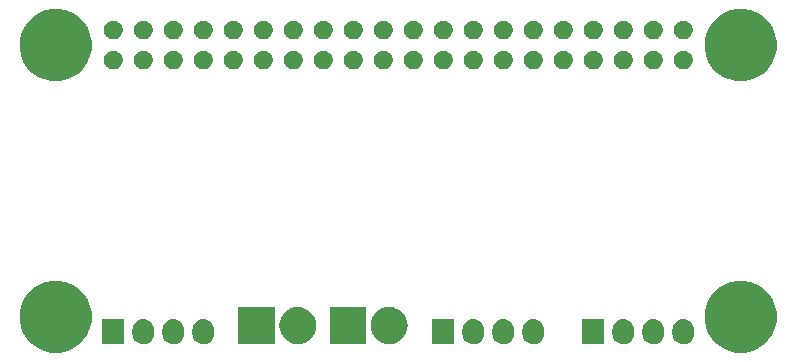
<source format=gbs>
G04 #@! TF.FileFunction,Soldermask,Bot*
%FSLAX46Y46*%
G04 Gerber Fmt 4.6, Leading zero omitted, Abs format (unit mm)*
G04 Created by KiCad (PCBNEW 4.0.2-stable) date Sunday, September 24, 2017 'PMt' 11:09:44 PM*
%MOMM*%
G01*
G04 APERTURE LIST*
%ADD10C,0.100000*%
G04 APERTURE END LIST*
D10*
G36*
X3820457Y6548970D02*
X4406573Y6428658D01*
X4958152Y6196795D01*
X5454195Y5862210D01*
X5875796Y5437655D01*
X6206909Y4939290D01*
X6434916Y4386104D01*
X6551080Y3799430D01*
X6551080Y3799419D01*
X6551130Y3799166D01*
X6541588Y3115758D01*
X6541530Y3115503D01*
X6541530Y3115493D01*
X6409031Y2532297D01*
X6165666Y1985690D01*
X5820769Y1496766D01*
X5387474Y1084145D01*
X4882282Y763541D01*
X4324445Y547171D01*
X3735205Y443272D01*
X3136999Y455802D01*
X2552626Y584286D01*
X2004336Y823827D01*
X1513019Y1165301D01*
X1097382Y1595706D01*
X773257Y2098648D01*
X552999Y2654957D01*
X444988Y3243467D01*
X453341Y3841735D01*
X577742Y4426995D01*
X813452Y4976945D01*
X1151489Y5470636D01*
X1578981Y5889268D01*
X2079640Y6216890D01*
X2634409Y6441031D01*
X3222142Y6553147D01*
X3820457Y6548970D01*
X3820457Y6548970D01*
G37*
G36*
X61820457Y6548970D02*
X62406573Y6428658D01*
X62958152Y6196795D01*
X63454195Y5862210D01*
X63875796Y5437655D01*
X64206909Y4939290D01*
X64434916Y4386104D01*
X64551080Y3799430D01*
X64551080Y3799419D01*
X64551130Y3799166D01*
X64541588Y3115758D01*
X64541530Y3115503D01*
X64541530Y3115493D01*
X64409031Y2532297D01*
X64165666Y1985690D01*
X63820769Y1496766D01*
X63387474Y1084145D01*
X62882282Y763541D01*
X62324445Y547171D01*
X61735205Y443272D01*
X61136999Y455802D01*
X60552626Y584286D01*
X60004336Y823827D01*
X59513019Y1165301D01*
X59097382Y1595706D01*
X58773257Y2098648D01*
X58552999Y2654957D01*
X58444988Y3243467D01*
X58453341Y3841735D01*
X58577742Y4426995D01*
X58813452Y4976945D01*
X59151489Y5470636D01*
X59578981Y5889268D01*
X60079640Y6216890D01*
X60634409Y6441031D01*
X61222142Y6553147D01*
X61820457Y6548970D01*
X61820457Y6548970D01*
G37*
G36*
X11093868Y3283488D02*
X11093873Y3283486D01*
X11093906Y3283483D01*
X11264422Y3230699D01*
X11421438Y3145801D01*
X11558973Y3032021D01*
X11671790Y2893695D01*
X11755590Y2736090D01*
X11807182Y2565210D01*
X11824600Y2387563D01*
X11824600Y2072437D01*
X11824511Y2059667D01*
X11804614Y1882281D01*
X11750641Y1712138D01*
X11664649Y1555718D01*
X11549912Y1418980D01*
X11410801Y1307132D01*
X11252615Y1224435D01*
X11081379Y1174037D01*
X11081348Y1174034D01*
X11081344Y1174033D01*
X10903613Y1157858D01*
X10726132Y1176512D01*
X10726127Y1176514D01*
X10726094Y1176517D01*
X10555578Y1229301D01*
X10398562Y1314199D01*
X10261027Y1427979D01*
X10148210Y1566305D01*
X10064410Y1723910D01*
X10012818Y1894790D01*
X9995400Y2072437D01*
X9995400Y2387563D01*
X9995489Y2400333D01*
X10015386Y2577719D01*
X10069359Y2747862D01*
X10155351Y2904282D01*
X10270088Y3041020D01*
X10409199Y3152868D01*
X10567385Y3235565D01*
X10738621Y3285963D01*
X10738652Y3285966D01*
X10738656Y3285967D01*
X10916387Y3302142D01*
X11093868Y3283488D01*
X11093868Y3283488D01*
G37*
G36*
X13633868Y3283488D02*
X13633873Y3283486D01*
X13633906Y3283483D01*
X13804422Y3230699D01*
X13961438Y3145801D01*
X14098973Y3032021D01*
X14211790Y2893695D01*
X14295590Y2736090D01*
X14347182Y2565210D01*
X14364600Y2387563D01*
X14364600Y2072437D01*
X14364511Y2059667D01*
X14344614Y1882281D01*
X14290641Y1712138D01*
X14204649Y1555718D01*
X14089912Y1418980D01*
X13950801Y1307132D01*
X13792615Y1224435D01*
X13621379Y1174037D01*
X13621348Y1174034D01*
X13621344Y1174033D01*
X13443613Y1157858D01*
X13266132Y1176512D01*
X13266127Y1176514D01*
X13266094Y1176517D01*
X13095578Y1229301D01*
X12938562Y1314199D01*
X12801027Y1427979D01*
X12688210Y1566305D01*
X12604410Y1723910D01*
X12552818Y1894790D01*
X12535400Y2072437D01*
X12535400Y2387563D01*
X12535489Y2400333D01*
X12555386Y2577719D01*
X12609359Y2747862D01*
X12695351Y2904282D01*
X12810088Y3041020D01*
X12949199Y3152868D01*
X13107385Y3235565D01*
X13278621Y3285963D01*
X13278652Y3285966D01*
X13278656Y3285967D01*
X13456387Y3302142D01*
X13633868Y3283488D01*
X13633868Y3283488D01*
G37*
G36*
X56813868Y3283488D02*
X56813873Y3283486D01*
X56813906Y3283483D01*
X56984422Y3230699D01*
X57141438Y3145801D01*
X57278973Y3032021D01*
X57391790Y2893695D01*
X57475590Y2736090D01*
X57527182Y2565210D01*
X57544600Y2387563D01*
X57544600Y2072437D01*
X57544511Y2059667D01*
X57524614Y1882281D01*
X57470641Y1712138D01*
X57384649Y1555718D01*
X57269912Y1418980D01*
X57130801Y1307132D01*
X56972615Y1224435D01*
X56801379Y1174037D01*
X56801348Y1174034D01*
X56801344Y1174033D01*
X56623613Y1157858D01*
X56446132Y1176512D01*
X56446127Y1176514D01*
X56446094Y1176517D01*
X56275578Y1229301D01*
X56118562Y1314199D01*
X55981027Y1427979D01*
X55868210Y1566305D01*
X55784410Y1723910D01*
X55732818Y1894790D01*
X55715400Y2072437D01*
X55715400Y2387563D01*
X55715489Y2400333D01*
X55735386Y2577719D01*
X55789359Y2747862D01*
X55875351Y2904282D01*
X55990088Y3041020D01*
X56129199Y3152868D01*
X56287385Y3235565D01*
X56458621Y3285963D01*
X56458652Y3285966D01*
X56458656Y3285967D01*
X56636387Y3302142D01*
X56813868Y3283488D01*
X56813868Y3283488D01*
G37*
G36*
X54273868Y3283488D02*
X54273873Y3283486D01*
X54273906Y3283483D01*
X54444422Y3230699D01*
X54601438Y3145801D01*
X54738973Y3032021D01*
X54851790Y2893695D01*
X54935590Y2736090D01*
X54987182Y2565210D01*
X55004600Y2387563D01*
X55004600Y2072437D01*
X55004511Y2059667D01*
X54984614Y1882281D01*
X54930641Y1712138D01*
X54844649Y1555718D01*
X54729912Y1418980D01*
X54590801Y1307132D01*
X54432615Y1224435D01*
X54261379Y1174037D01*
X54261348Y1174034D01*
X54261344Y1174033D01*
X54083613Y1157858D01*
X53906132Y1176512D01*
X53906127Y1176514D01*
X53906094Y1176517D01*
X53735578Y1229301D01*
X53578562Y1314199D01*
X53441027Y1427979D01*
X53328210Y1566305D01*
X53244410Y1723910D01*
X53192818Y1894790D01*
X53175400Y2072437D01*
X53175400Y2387563D01*
X53175489Y2400333D01*
X53195386Y2577719D01*
X53249359Y2747862D01*
X53335351Y2904282D01*
X53450088Y3041020D01*
X53589199Y3152868D01*
X53747385Y3235565D01*
X53918621Y3285963D01*
X53918652Y3285966D01*
X53918656Y3285967D01*
X54096387Y3302142D01*
X54273868Y3283488D01*
X54273868Y3283488D01*
G37*
G36*
X51733868Y3283488D02*
X51733873Y3283486D01*
X51733906Y3283483D01*
X51904422Y3230699D01*
X52061438Y3145801D01*
X52198973Y3032021D01*
X52311790Y2893695D01*
X52395590Y2736090D01*
X52447182Y2565210D01*
X52464600Y2387563D01*
X52464600Y2072437D01*
X52464511Y2059667D01*
X52444614Y1882281D01*
X52390641Y1712138D01*
X52304649Y1555718D01*
X52189912Y1418980D01*
X52050801Y1307132D01*
X51892615Y1224435D01*
X51721379Y1174037D01*
X51721348Y1174034D01*
X51721344Y1174033D01*
X51543613Y1157858D01*
X51366132Y1176512D01*
X51366127Y1176514D01*
X51366094Y1176517D01*
X51195578Y1229301D01*
X51038562Y1314199D01*
X50901027Y1427979D01*
X50788210Y1566305D01*
X50704410Y1723910D01*
X50652818Y1894790D01*
X50635400Y2072437D01*
X50635400Y2387563D01*
X50635489Y2400333D01*
X50655386Y2577719D01*
X50709359Y2747862D01*
X50795351Y2904282D01*
X50910088Y3041020D01*
X51049199Y3152868D01*
X51207385Y3235565D01*
X51378621Y3285963D01*
X51378652Y3285966D01*
X51378656Y3285967D01*
X51556387Y3302142D01*
X51733868Y3283488D01*
X51733868Y3283488D01*
G37*
G36*
X44113868Y3283488D02*
X44113873Y3283486D01*
X44113906Y3283483D01*
X44284422Y3230699D01*
X44441438Y3145801D01*
X44578973Y3032021D01*
X44691790Y2893695D01*
X44775590Y2736090D01*
X44827182Y2565210D01*
X44844600Y2387563D01*
X44844600Y2072437D01*
X44844511Y2059667D01*
X44824614Y1882281D01*
X44770641Y1712138D01*
X44684649Y1555718D01*
X44569912Y1418980D01*
X44430801Y1307132D01*
X44272615Y1224435D01*
X44101379Y1174037D01*
X44101348Y1174034D01*
X44101344Y1174033D01*
X43923613Y1157858D01*
X43746132Y1176512D01*
X43746127Y1176514D01*
X43746094Y1176517D01*
X43575578Y1229301D01*
X43418562Y1314199D01*
X43281027Y1427979D01*
X43168210Y1566305D01*
X43084410Y1723910D01*
X43032818Y1894790D01*
X43015400Y2072437D01*
X43015400Y2387563D01*
X43015489Y2400333D01*
X43035386Y2577719D01*
X43089359Y2747862D01*
X43175351Y2904282D01*
X43290088Y3041020D01*
X43429199Y3152868D01*
X43587385Y3235565D01*
X43758621Y3285963D01*
X43758652Y3285966D01*
X43758656Y3285967D01*
X43936387Y3302142D01*
X44113868Y3283488D01*
X44113868Y3283488D01*
G37*
G36*
X41573868Y3283488D02*
X41573873Y3283486D01*
X41573906Y3283483D01*
X41744422Y3230699D01*
X41901438Y3145801D01*
X42038973Y3032021D01*
X42151790Y2893695D01*
X42235590Y2736090D01*
X42287182Y2565210D01*
X42304600Y2387563D01*
X42304600Y2072437D01*
X42304511Y2059667D01*
X42284614Y1882281D01*
X42230641Y1712138D01*
X42144649Y1555718D01*
X42029912Y1418980D01*
X41890801Y1307132D01*
X41732615Y1224435D01*
X41561379Y1174037D01*
X41561348Y1174034D01*
X41561344Y1174033D01*
X41383613Y1157858D01*
X41206132Y1176512D01*
X41206127Y1176514D01*
X41206094Y1176517D01*
X41035578Y1229301D01*
X40878562Y1314199D01*
X40741027Y1427979D01*
X40628210Y1566305D01*
X40544410Y1723910D01*
X40492818Y1894790D01*
X40475400Y2072437D01*
X40475400Y2387563D01*
X40475489Y2400333D01*
X40495386Y2577719D01*
X40549359Y2747862D01*
X40635351Y2904282D01*
X40750088Y3041020D01*
X40889199Y3152868D01*
X41047385Y3235565D01*
X41218621Y3285963D01*
X41218652Y3285966D01*
X41218656Y3285967D01*
X41396387Y3302142D01*
X41573868Y3283488D01*
X41573868Y3283488D01*
G37*
G36*
X39033868Y3283488D02*
X39033873Y3283486D01*
X39033906Y3283483D01*
X39204422Y3230699D01*
X39361438Y3145801D01*
X39498973Y3032021D01*
X39611790Y2893695D01*
X39695590Y2736090D01*
X39747182Y2565210D01*
X39764600Y2387563D01*
X39764600Y2072437D01*
X39764511Y2059667D01*
X39744614Y1882281D01*
X39690641Y1712138D01*
X39604649Y1555718D01*
X39489912Y1418980D01*
X39350801Y1307132D01*
X39192615Y1224435D01*
X39021379Y1174037D01*
X39021348Y1174034D01*
X39021344Y1174033D01*
X38843613Y1157858D01*
X38666132Y1176512D01*
X38666127Y1176514D01*
X38666094Y1176517D01*
X38495578Y1229301D01*
X38338562Y1314199D01*
X38201027Y1427979D01*
X38088210Y1566305D01*
X38004410Y1723910D01*
X37952818Y1894790D01*
X37935400Y2072437D01*
X37935400Y2387563D01*
X37935489Y2400333D01*
X37955386Y2577719D01*
X38009359Y2747862D01*
X38095351Y2904282D01*
X38210088Y3041020D01*
X38349199Y3152868D01*
X38507385Y3235565D01*
X38678621Y3285963D01*
X38678652Y3285966D01*
X38678656Y3285967D01*
X38856387Y3302142D01*
X39033868Y3283488D01*
X39033868Y3283488D01*
G37*
G36*
X16173868Y3283488D02*
X16173873Y3283486D01*
X16173906Y3283483D01*
X16344422Y3230699D01*
X16501438Y3145801D01*
X16638973Y3032021D01*
X16751790Y2893695D01*
X16835590Y2736090D01*
X16887182Y2565210D01*
X16904600Y2387563D01*
X16904600Y2072437D01*
X16904511Y2059667D01*
X16884614Y1882281D01*
X16830641Y1712138D01*
X16744649Y1555718D01*
X16629912Y1418980D01*
X16490801Y1307132D01*
X16332615Y1224435D01*
X16161379Y1174037D01*
X16161348Y1174034D01*
X16161344Y1174033D01*
X15983613Y1157858D01*
X15806132Y1176512D01*
X15806127Y1176514D01*
X15806094Y1176517D01*
X15635578Y1229301D01*
X15478562Y1314199D01*
X15341027Y1427979D01*
X15228210Y1566305D01*
X15144410Y1723910D01*
X15092818Y1894790D01*
X15075400Y2072437D01*
X15075400Y2387563D01*
X15075489Y2400333D01*
X15095386Y2577719D01*
X15149359Y2747862D01*
X15235351Y2904282D01*
X15350088Y3041020D01*
X15489199Y3152868D01*
X15647385Y3235565D01*
X15818621Y3285963D01*
X15818652Y3285966D01*
X15818656Y3285967D01*
X15996387Y3302142D01*
X16173868Y3283488D01*
X16173868Y3283488D01*
G37*
G36*
X49924600Y1163000D02*
X48095400Y1163000D01*
X48095400Y3297000D01*
X49924600Y3297000D01*
X49924600Y1163000D01*
X49924600Y1163000D01*
G37*
G36*
X37224600Y1163000D02*
X35395400Y1163000D01*
X35395400Y3297000D01*
X37224600Y3297000D01*
X37224600Y1163000D01*
X37224600Y1163000D01*
G37*
G36*
X9284600Y1163000D02*
X7455400Y1163000D01*
X7455400Y3297000D01*
X9284600Y3297000D01*
X9284600Y1163000D01*
X9284600Y1163000D01*
G37*
G36*
X32061834Y4276832D02*
X32061844Y4276829D01*
X32061872Y4276826D01*
X32351037Y4187315D01*
X32617308Y4043342D01*
X32850544Y3850393D01*
X33041861Y3615815D01*
X33183971Y3348545D01*
X33271461Y3058762D01*
X33301000Y2757505D01*
X33301000Y2742435D01*
X33300860Y2722402D01*
X33300849Y2720840D01*
X33267107Y2420024D01*
X33175579Y2131491D01*
X33029751Y1866231D01*
X32835178Y1634348D01*
X32599271Y1444674D01*
X32331015Y1304433D01*
X32040628Y1218967D01*
X32040598Y1218964D01*
X32040594Y1218963D01*
X31739170Y1191532D01*
X31438166Y1223168D01*
X31438156Y1223171D01*
X31438128Y1223174D01*
X31148963Y1312685D01*
X30882692Y1456658D01*
X30649456Y1649607D01*
X30458139Y1884185D01*
X30316029Y2151455D01*
X30228539Y2441238D01*
X30199000Y2742495D01*
X30199000Y2757505D01*
X30199151Y2779160D01*
X30232893Y3079976D01*
X30324421Y3368509D01*
X30470249Y3633769D01*
X30664822Y3865652D01*
X30900729Y4055326D01*
X31168985Y4195567D01*
X31459372Y4281033D01*
X31459402Y4281036D01*
X31459406Y4281037D01*
X31760830Y4308468D01*
X32061834Y4276832D01*
X32061834Y4276832D01*
G37*
G36*
X24311834Y4276832D02*
X24311844Y4276829D01*
X24311872Y4276826D01*
X24601037Y4187315D01*
X24867308Y4043342D01*
X25100544Y3850393D01*
X25291861Y3615815D01*
X25433971Y3348545D01*
X25521461Y3058762D01*
X25551000Y2757505D01*
X25551000Y2742435D01*
X25550860Y2722402D01*
X25550849Y2720840D01*
X25517107Y2420024D01*
X25425579Y2131491D01*
X25279751Y1866231D01*
X25085178Y1634348D01*
X24849271Y1444674D01*
X24581015Y1304433D01*
X24290628Y1218967D01*
X24290598Y1218964D01*
X24290594Y1218963D01*
X23989170Y1191532D01*
X23688166Y1223168D01*
X23688156Y1223171D01*
X23688128Y1223174D01*
X23398963Y1312685D01*
X23132692Y1456658D01*
X22899456Y1649607D01*
X22708139Y1884185D01*
X22566029Y2151455D01*
X22478539Y2441238D01*
X22449000Y2742495D01*
X22449000Y2757505D01*
X22449151Y2779160D01*
X22482893Y3079976D01*
X22574421Y3368509D01*
X22720249Y3633769D01*
X22914822Y3865652D01*
X23150729Y4055326D01*
X23418985Y4195567D01*
X23709372Y4281033D01*
X23709402Y4281036D01*
X23709406Y4281037D01*
X24010830Y4308468D01*
X24311834Y4276832D01*
X24311834Y4276832D01*
G37*
G36*
X29801000Y1199000D02*
X26699000Y1199000D01*
X26699000Y4301000D01*
X29801000Y4301000D01*
X29801000Y1199000D01*
X29801000Y1199000D01*
G37*
G36*
X22051000Y1199000D02*
X18949000Y1199000D01*
X18949000Y4301000D01*
X22051000Y4301000D01*
X22051000Y1199000D01*
X22051000Y1199000D01*
G37*
G36*
X61820457Y29548970D02*
X62406573Y29428658D01*
X62958152Y29196795D01*
X63454195Y28862210D01*
X63875796Y28437655D01*
X64206909Y27939290D01*
X64434916Y27386104D01*
X64551080Y26799430D01*
X64551080Y26799419D01*
X64551130Y26799166D01*
X64541588Y26115758D01*
X64541530Y26115503D01*
X64541530Y26115493D01*
X64409031Y25532297D01*
X64165666Y24985690D01*
X63820769Y24496766D01*
X63387474Y24084145D01*
X62882282Y23763541D01*
X62324445Y23547171D01*
X61735205Y23443272D01*
X61136999Y23455802D01*
X60552626Y23584286D01*
X60004336Y23823827D01*
X59513019Y24165301D01*
X59097382Y24595706D01*
X58773257Y25098648D01*
X58552999Y25654957D01*
X58444988Y26243467D01*
X58453341Y26841735D01*
X58577742Y27426995D01*
X58813452Y27976945D01*
X59151489Y28470636D01*
X59578981Y28889268D01*
X60079640Y29216890D01*
X60634409Y29441031D01*
X61222142Y29553147D01*
X61820457Y29548970D01*
X61820457Y29548970D01*
G37*
G36*
X3820457Y29548970D02*
X4406573Y29428658D01*
X4958152Y29196795D01*
X5454195Y28862210D01*
X5875796Y28437655D01*
X6206909Y27939290D01*
X6434916Y27386104D01*
X6551080Y26799430D01*
X6551080Y26799419D01*
X6551130Y26799166D01*
X6541588Y26115758D01*
X6541530Y26115503D01*
X6541530Y26115493D01*
X6409031Y25532297D01*
X6165666Y24985690D01*
X5820769Y24496766D01*
X5387474Y24084145D01*
X4882282Y23763541D01*
X4324445Y23547171D01*
X3735205Y23443272D01*
X3136999Y23455802D01*
X2552626Y23584286D01*
X2004336Y23823827D01*
X1513019Y24165301D01*
X1097382Y24595706D01*
X773257Y25098648D01*
X552999Y25654957D01*
X444988Y26243467D01*
X453341Y26841735D01*
X577742Y27426995D01*
X813452Y27976945D01*
X1151489Y28470636D01*
X1578981Y28889268D01*
X2079640Y29216890D01*
X2634409Y29441031D01*
X3222142Y29553147D01*
X3820457Y29548970D01*
X3820457Y29548970D01*
G37*
G36*
X51634131Y26030468D02*
X51788009Y25998882D01*
X51932820Y25938009D01*
X52063048Y25850169D01*
X52173735Y25738706D01*
X52260665Y25607866D01*
X52320524Y25462636D01*
X52350983Y25308806D01*
X52351035Y25308542D01*
X52348529Y25129122D01*
X52348470Y25128863D01*
X52348470Y25128857D01*
X52313729Y24975939D01*
X52249839Y24832440D01*
X52159288Y24704076D01*
X52045533Y24595748D01*
X51912899Y24511577D01*
X51766449Y24454773D01*
X51611751Y24427495D01*
X51454697Y24430785D01*
X51301278Y24464517D01*
X51157334Y24527404D01*
X51028343Y24617055D01*
X50919224Y24730051D01*
X50834127Y24862095D01*
X50776301Y25008147D01*
X50747945Y25162649D01*
X50750138Y25319716D01*
X50782799Y25473371D01*
X50844682Y25617754D01*
X50933429Y25747366D01*
X51045662Y25857273D01*
X51177100Y25943284D01*
X51322751Y26002131D01*
X51477052Y26031565D01*
X51634131Y26030468D01*
X51634131Y26030468D01*
G37*
G36*
X49094131Y26030468D02*
X49248009Y25998882D01*
X49392820Y25938009D01*
X49523048Y25850169D01*
X49633735Y25738706D01*
X49720665Y25607866D01*
X49780524Y25462636D01*
X49810983Y25308806D01*
X49811035Y25308542D01*
X49808529Y25129122D01*
X49808470Y25128863D01*
X49808470Y25128857D01*
X49773729Y24975939D01*
X49709839Y24832440D01*
X49619288Y24704076D01*
X49505533Y24595748D01*
X49372899Y24511577D01*
X49226449Y24454773D01*
X49071751Y24427495D01*
X48914697Y24430785D01*
X48761278Y24464517D01*
X48617334Y24527404D01*
X48488343Y24617055D01*
X48379224Y24730051D01*
X48294127Y24862095D01*
X48236301Y25008147D01*
X48207945Y25162649D01*
X48210138Y25319716D01*
X48242799Y25473371D01*
X48304682Y25617754D01*
X48393429Y25747366D01*
X48505662Y25857273D01*
X48637100Y25943284D01*
X48782751Y26002131D01*
X48937052Y26031565D01*
X49094131Y26030468D01*
X49094131Y26030468D01*
G37*
G36*
X46554131Y26030468D02*
X46708009Y25998882D01*
X46852820Y25938009D01*
X46983048Y25850169D01*
X47093735Y25738706D01*
X47180665Y25607866D01*
X47240524Y25462636D01*
X47270983Y25308806D01*
X47271035Y25308542D01*
X47268529Y25129122D01*
X47268470Y25128863D01*
X47268470Y25128857D01*
X47233729Y24975939D01*
X47169839Y24832440D01*
X47079288Y24704076D01*
X46965533Y24595748D01*
X46832899Y24511577D01*
X46686449Y24454773D01*
X46531751Y24427495D01*
X46374697Y24430785D01*
X46221278Y24464517D01*
X46077334Y24527404D01*
X45948343Y24617055D01*
X45839224Y24730051D01*
X45754127Y24862095D01*
X45696301Y25008147D01*
X45667945Y25162649D01*
X45670138Y25319716D01*
X45702799Y25473371D01*
X45764682Y25617754D01*
X45853429Y25747366D01*
X45965662Y25857273D01*
X46097100Y25943284D01*
X46242751Y26002131D01*
X46397052Y26031565D01*
X46554131Y26030468D01*
X46554131Y26030468D01*
G37*
G36*
X44014131Y26030468D02*
X44168009Y25998882D01*
X44312820Y25938009D01*
X44443048Y25850169D01*
X44553735Y25738706D01*
X44640665Y25607866D01*
X44700524Y25462636D01*
X44730983Y25308806D01*
X44731035Y25308542D01*
X44728529Y25129122D01*
X44728470Y25128863D01*
X44728470Y25128857D01*
X44693729Y24975939D01*
X44629839Y24832440D01*
X44539288Y24704076D01*
X44425533Y24595748D01*
X44292899Y24511577D01*
X44146449Y24454773D01*
X43991751Y24427495D01*
X43834697Y24430785D01*
X43681278Y24464517D01*
X43537334Y24527404D01*
X43408343Y24617055D01*
X43299224Y24730051D01*
X43214127Y24862095D01*
X43156301Y25008147D01*
X43127945Y25162649D01*
X43130138Y25319716D01*
X43162799Y25473371D01*
X43224682Y25617754D01*
X43313429Y25747366D01*
X43425662Y25857273D01*
X43557100Y25943284D01*
X43702751Y26002131D01*
X43857052Y26031565D01*
X44014131Y26030468D01*
X44014131Y26030468D01*
G37*
G36*
X41474131Y26030468D02*
X41628009Y25998882D01*
X41772820Y25938009D01*
X41903048Y25850169D01*
X42013735Y25738706D01*
X42100665Y25607866D01*
X42160524Y25462636D01*
X42190983Y25308806D01*
X42191035Y25308542D01*
X42188529Y25129122D01*
X42188470Y25128863D01*
X42188470Y25128857D01*
X42153729Y24975939D01*
X42089839Y24832440D01*
X41999288Y24704076D01*
X41885533Y24595748D01*
X41752899Y24511577D01*
X41606449Y24454773D01*
X41451751Y24427495D01*
X41294697Y24430785D01*
X41141278Y24464517D01*
X40997334Y24527404D01*
X40868343Y24617055D01*
X40759224Y24730051D01*
X40674127Y24862095D01*
X40616301Y25008147D01*
X40587945Y25162649D01*
X40590138Y25319716D01*
X40622799Y25473371D01*
X40684682Y25617754D01*
X40773429Y25747366D01*
X40885662Y25857273D01*
X41017100Y25943284D01*
X41162751Y26002131D01*
X41317052Y26031565D01*
X41474131Y26030468D01*
X41474131Y26030468D01*
G37*
G36*
X38934131Y26030468D02*
X39088009Y25998882D01*
X39232820Y25938009D01*
X39363048Y25850169D01*
X39473735Y25738706D01*
X39560665Y25607866D01*
X39620524Y25462636D01*
X39650983Y25308806D01*
X39651035Y25308542D01*
X39648529Y25129122D01*
X39648470Y25128863D01*
X39648470Y25128857D01*
X39613729Y24975939D01*
X39549839Y24832440D01*
X39459288Y24704076D01*
X39345533Y24595748D01*
X39212899Y24511577D01*
X39066449Y24454773D01*
X38911751Y24427495D01*
X38754697Y24430785D01*
X38601278Y24464517D01*
X38457334Y24527404D01*
X38328343Y24617055D01*
X38219224Y24730051D01*
X38134127Y24862095D01*
X38076301Y25008147D01*
X38047945Y25162649D01*
X38050138Y25319716D01*
X38082799Y25473371D01*
X38144682Y25617754D01*
X38233429Y25747366D01*
X38345662Y25857273D01*
X38477100Y25943284D01*
X38622751Y26002131D01*
X38777052Y26031565D01*
X38934131Y26030468D01*
X38934131Y26030468D01*
G37*
G36*
X36394131Y26030468D02*
X36548009Y25998882D01*
X36692820Y25938009D01*
X36823048Y25850169D01*
X36933735Y25738706D01*
X37020665Y25607866D01*
X37080524Y25462636D01*
X37110983Y25308806D01*
X37111035Y25308542D01*
X37108529Y25129122D01*
X37108470Y25128863D01*
X37108470Y25128857D01*
X37073729Y24975939D01*
X37009839Y24832440D01*
X36919288Y24704076D01*
X36805533Y24595748D01*
X36672899Y24511577D01*
X36526449Y24454773D01*
X36371751Y24427495D01*
X36214697Y24430785D01*
X36061278Y24464517D01*
X35917334Y24527404D01*
X35788343Y24617055D01*
X35679224Y24730051D01*
X35594127Y24862095D01*
X35536301Y25008147D01*
X35507945Y25162649D01*
X35510138Y25319716D01*
X35542799Y25473371D01*
X35604682Y25617754D01*
X35693429Y25747366D01*
X35805662Y25857273D01*
X35937100Y25943284D01*
X36082751Y26002131D01*
X36237052Y26031565D01*
X36394131Y26030468D01*
X36394131Y26030468D01*
G37*
G36*
X33854131Y26030468D02*
X34008009Y25998882D01*
X34152820Y25938009D01*
X34283048Y25850169D01*
X34393735Y25738706D01*
X34480665Y25607866D01*
X34540524Y25462636D01*
X34570983Y25308806D01*
X34571035Y25308542D01*
X34568529Y25129122D01*
X34568470Y25128863D01*
X34568470Y25128857D01*
X34533729Y24975939D01*
X34469839Y24832440D01*
X34379288Y24704076D01*
X34265533Y24595748D01*
X34132899Y24511577D01*
X33986449Y24454773D01*
X33831751Y24427495D01*
X33674697Y24430785D01*
X33521278Y24464517D01*
X33377334Y24527404D01*
X33248343Y24617055D01*
X33139224Y24730051D01*
X33054127Y24862095D01*
X32996301Y25008147D01*
X32967945Y25162649D01*
X32970138Y25319716D01*
X33002799Y25473371D01*
X33064682Y25617754D01*
X33153429Y25747366D01*
X33265662Y25857273D01*
X33397100Y25943284D01*
X33542751Y26002131D01*
X33697052Y26031565D01*
X33854131Y26030468D01*
X33854131Y26030468D01*
G37*
G36*
X31314131Y26030468D02*
X31468009Y25998882D01*
X31612820Y25938009D01*
X31743048Y25850169D01*
X31853735Y25738706D01*
X31940665Y25607866D01*
X32000524Y25462636D01*
X32030983Y25308806D01*
X32031035Y25308542D01*
X32028529Y25129122D01*
X32028470Y25128863D01*
X32028470Y25128857D01*
X31993729Y24975939D01*
X31929839Y24832440D01*
X31839288Y24704076D01*
X31725533Y24595748D01*
X31592899Y24511577D01*
X31446449Y24454773D01*
X31291751Y24427495D01*
X31134697Y24430785D01*
X30981278Y24464517D01*
X30837334Y24527404D01*
X30708343Y24617055D01*
X30599224Y24730051D01*
X30514127Y24862095D01*
X30456301Y25008147D01*
X30427945Y25162649D01*
X30430138Y25319716D01*
X30462799Y25473371D01*
X30524682Y25617754D01*
X30613429Y25747366D01*
X30725662Y25857273D01*
X30857100Y25943284D01*
X31002751Y26002131D01*
X31157052Y26031565D01*
X31314131Y26030468D01*
X31314131Y26030468D01*
G37*
G36*
X28774131Y26030468D02*
X28928009Y25998882D01*
X29072820Y25938009D01*
X29203048Y25850169D01*
X29313735Y25738706D01*
X29400665Y25607866D01*
X29460524Y25462636D01*
X29490983Y25308806D01*
X29491035Y25308542D01*
X29488529Y25129122D01*
X29488470Y25128863D01*
X29488470Y25128857D01*
X29453729Y24975939D01*
X29389839Y24832440D01*
X29299288Y24704076D01*
X29185533Y24595748D01*
X29052899Y24511577D01*
X28906449Y24454773D01*
X28751751Y24427495D01*
X28594697Y24430785D01*
X28441278Y24464517D01*
X28297334Y24527404D01*
X28168343Y24617055D01*
X28059224Y24730051D01*
X27974127Y24862095D01*
X27916301Y25008147D01*
X27887945Y25162649D01*
X27890138Y25319716D01*
X27922799Y25473371D01*
X27984682Y25617754D01*
X28073429Y25747366D01*
X28185662Y25857273D01*
X28317100Y25943284D01*
X28462751Y26002131D01*
X28617052Y26031565D01*
X28774131Y26030468D01*
X28774131Y26030468D01*
G37*
G36*
X26234131Y26030468D02*
X26388009Y25998882D01*
X26532820Y25938009D01*
X26663048Y25850169D01*
X26773735Y25738706D01*
X26860665Y25607866D01*
X26920524Y25462636D01*
X26950983Y25308806D01*
X26951035Y25308542D01*
X26948529Y25129122D01*
X26948470Y25128863D01*
X26948470Y25128857D01*
X26913729Y24975939D01*
X26849839Y24832440D01*
X26759288Y24704076D01*
X26645533Y24595748D01*
X26512899Y24511577D01*
X26366449Y24454773D01*
X26211751Y24427495D01*
X26054697Y24430785D01*
X25901278Y24464517D01*
X25757334Y24527404D01*
X25628343Y24617055D01*
X25519224Y24730051D01*
X25434127Y24862095D01*
X25376301Y25008147D01*
X25347945Y25162649D01*
X25350138Y25319716D01*
X25382799Y25473371D01*
X25444682Y25617754D01*
X25533429Y25747366D01*
X25645662Y25857273D01*
X25777100Y25943284D01*
X25922751Y26002131D01*
X26077052Y26031565D01*
X26234131Y26030468D01*
X26234131Y26030468D01*
G37*
G36*
X23694131Y26030468D02*
X23848009Y25998882D01*
X23992820Y25938009D01*
X24123048Y25850169D01*
X24233735Y25738706D01*
X24320665Y25607866D01*
X24380524Y25462636D01*
X24410983Y25308806D01*
X24411035Y25308542D01*
X24408529Y25129122D01*
X24408470Y25128863D01*
X24408470Y25128857D01*
X24373729Y24975939D01*
X24309839Y24832440D01*
X24219288Y24704076D01*
X24105533Y24595748D01*
X23972899Y24511577D01*
X23826449Y24454773D01*
X23671751Y24427495D01*
X23514697Y24430785D01*
X23361278Y24464517D01*
X23217334Y24527404D01*
X23088343Y24617055D01*
X22979224Y24730051D01*
X22894127Y24862095D01*
X22836301Y25008147D01*
X22807945Y25162649D01*
X22810138Y25319716D01*
X22842799Y25473371D01*
X22904682Y25617754D01*
X22993429Y25747366D01*
X23105662Y25857273D01*
X23237100Y25943284D01*
X23382751Y26002131D01*
X23537052Y26031565D01*
X23694131Y26030468D01*
X23694131Y26030468D01*
G37*
G36*
X21154131Y26030468D02*
X21308009Y25998882D01*
X21452820Y25938009D01*
X21583048Y25850169D01*
X21693735Y25738706D01*
X21780665Y25607866D01*
X21840524Y25462636D01*
X21870983Y25308806D01*
X21871035Y25308542D01*
X21868529Y25129122D01*
X21868470Y25128863D01*
X21868470Y25128857D01*
X21833729Y24975939D01*
X21769839Y24832440D01*
X21679288Y24704076D01*
X21565533Y24595748D01*
X21432899Y24511577D01*
X21286449Y24454773D01*
X21131751Y24427495D01*
X20974697Y24430785D01*
X20821278Y24464517D01*
X20677334Y24527404D01*
X20548343Y24617055D01*
X20439224Y24730051D01*
X20354127Y24862095D01*
X20296301Y25008147D01*
X20267945Y25162649D01*
X20270138Y25319716D01*
X20302799Y25473371D01*
X20364682Y25617754D01*
X20453429Y25747366D01*
X20565662Y25857273D01*
X20697100Y25943284D01*
X20842751Y26002131D01*
X20997052Y26031565D01*
X21154131Y26030468D01*
X21154131Y26030468D01*
G37*
G36*
X18614131Y26030468D02*
X18768009Y25998882D01*
X18912820Y25938009D01*
X19043048Y25850169D01*
X19153735Y25738706D01*
X19240665Y25607866D01*
X19300524Y25462636D01*
X19330983Y25308806D01*
X19331035Y25308542D01*
X19328529Y25129122D01*
X19328470Y25128863D01*
X19328470Y25128857D01*
X19293729Y24975939D01*
X19229839Y24832440D01*
X19139288Y24704076D01*
X19025533Y24595748D01*
X18892899Y24511577D01*
X18746449Y24454773D01*
X18591751Y24427495D01*
X18434697Y24430785D01*
X18281278Y24464517D01*
X18137334Y24527404D01*
X18008343Y24617055D01*
X17899224Y24730051D01*
X17814127Y24862095D01*
X17756301Y25008147D01*
X17727945Y25162649D01*
X17730138Y25319716D01*
X17762799Y25473371D01*
X17824682Y25617754D01*
X17913429Y25747366D01*
X18025662Y25857273D01*
X18157100Y25943284D01*
X18302751Y26002131D01*
X18457052Y26031565D01*
X18614131Y26030468D01*
X18614131Y26030468D01*
G37*
G36*
X16074131Y26030468D02*
X16228009Y25998882D01*
X16372820Y25938009D01*
X16503048Y25850169D01*
X16613735Y25738706D01*
X16700665Y25607866D01*
X16760524Y25462636D01*
X16790983Y25308806D01*
X16791035Y25308542D01*
X16788529Y25129122D01*
X16788470Y25128863D01*
X16788470Y25128857D01*
X16753729Y24975939D01*
X16689839Y24832440D01*
X16599288Y24704076D01*
X16485533Y24595748D01*
X16352899Y24511577D01*
X16206449Y24454773D01*
X16051751Y24427495D01*
X15894697Y24430785D01*
X15741278Y24464517D01*
X15597334Y24527404D01*
X15468343Y24617055D01*
X15359224Y24730051D01*
X15274127Y24862095D01*
X15216301Y25008147D01*
X15187945Y25162649D01*
X15190138Y25319716D01*
X15222799Y25473371D01*
X15284682Y25617754D01*
X15373429Y25747366D01*
X15485662Y25857273D01*
X15617100Y25943284D01*
X15762751Y26002131D01*
X15917052Y26031565D01*
X16074131Y26030468D01*
X16074131Y26030468D01*
G37*
G36*
X13534131Y26030468D02*
X13688009Y25998882D01*
X13832820Y25938009D01*
X13963048Y25850169D01*
X14073735Y25738706D01*
X14160665Y25607866D01*
X14220524Y25462636D01*
X14250983Y25308806D01*
X14251035Y25308542D01*
X14248529Y25129122D01*
X14248470Y25128863D01*
X14248470Y25128857D01*
X14213729Y24975939D01*
X14149839Y24832440D01*
X14059288Y24704076D01*
X13945533Y24595748D01*
X13812899Y24511577D01*
X13666449Y24454773D01*
X13511751Y24427495D01*
X13354697Y24430785D01*
X13201278Y24464517D01*
X13057334Y24527404D01*
X12928343Y24617055D01*
X12819224Y24730051D01*
X12734127Y24862095D01*
X12676301Y25008147D01*
X12647945Y25162649D01*
X12650138Y25319716D01*
X12682799Y25473371D01*
X12744682Y25617754D01*
X12833429Y25747366D01*
X12945662Y25857273D01*
X13077100Y25943284D01*
X13222751Y26002131D01*
X13377052Y26031565D01*
X13534131Y26030468D01*
X13534131Y26030468D01*
G37*
G36*
X8454131Y26030468D02*
X8608009Y25998882D01*
X8752820Y25938009D01*
X8883048Y25850169D01*
X8993735Y25738706D01*
X9080665Y25607866D01*
X9140524Y25462636D01*
X9170983Y25308806D01*
X9171035Y25308542D01*
X9168529Y25129122D01*
X9168470Y25128863D01*
X9168470Y25128857D01*
X9133729Y24975939D01*
X9069839Y24832440D01*
X8979288Y24704076D01*
X8865533Y24595748D01*
X8732899Y24511577D01*
X8586449Y24454773D01*
X8431751Y24427495D01*
X8274697Y24430785D01*
X8121278Y24464517D01*
X7977334Y24527404D01*
X7848343Y24617055D01*
X7739224Y24730051D01*
X7654127Y24862095D01*
X7596301Y25008147D01*
X7567945Y25162649D01*
X7570138Y25319716D01*
X7602799Y25473371D01*
X7664682Y25617754D01*
X7753429Y25747366D01*
X7865662Y25857273D01*
X7997100Y25943284D01*
X8142751Y26002131D01*
X8297052Y26031565D01*
X8454131Y26030468D01*
X8454131Y26030468D01*
G37*
G36*
X10994131Y26030468D02*
X11148009Y25998882D01*
X11292820Y25938009D01*
X11423048Y25850169D01*
X11533735Y25738706D01*
X11620665Y25607866D01*
X11680524Y25462636D01*
X11710983Y25308806D01*
X11711035Y25308542D01*
X11708529Y25129122D01*
X11708470Y25128863D01*
X11708470Y25128857D01*
X11673729Y24975939D01*
X11609839Y24832440D01*
X11519288Y24704076D01*
X11405533Y24595748D01*
X11272899Y24511577D01*
X11126449Y24454773D01*
X10971751Y24427495D01*
X10814697Y24430785D01*
X10661278Y24464517D01*
X10517334Y24527404D01*
X10388343Y24617055D01*
X10279224Y24730051D01*
X10194127Y24862095D01*
X10136301Y25008147D01*
X10107945Y25162649D01*
X10110138Y25319716D01*
X10142799Y25473371D01*
X10204682Y25617754D01*
X10293429Y25747366D01*
X10405662Y25857273D01*
X10537100Y25943284D01*
X10682751Y26002131D01*
X10837052Y26031565D01*
X10994131Y26030468D01*
X10994131Y26030468D01*
G37*
G36*
X54174131Y26030468D02*
X54328009Y25998882D01*
X54472820Y25938009D01*
X54603048Y25850169D01*
X54713735Y25738706D01*
X54800665Y25607866D01*
X54860524Y25462636D01*
X54890983Y25308806D01*
X54891035Y25308542D01*
X54888529Y25129122D01*
X54888470Y25128863D01*
X54888470Y25128857D01*
X54853729Y24975939D01*
X54789839Y24832440D01*
X54699288Y24704076D01*
X54585533Y24595748D01*
X54452899Y24511577D01*
X54306449Y24454773D01*
X54151751Y24427495D01*
X53994697Y24430785D01*
X53841278Y24464517D01*
X53697334Y24527404D01*
X53568343Y24617055D01*
X53459224Y24730051D01*
X53374127Y24862095D01*
X53316301Y25008147D01*
X53287945Y25162649D01*
X53290138Y25319716D01*
X53322799Y25473371D01*
X53384682Y25617754D01*
X53473429Y25747366D01*
X53585662Y25857273D01*
X53717100Y25943284D01*
X53862751Y26002131D01*
X54017052Y26031565D01*
X54174131Y26030468D01*
X54174131Y26030468D01*
G37*
G36*
X56714131Y26030468D02*
X56868009Y25998882D01*
X57012820Y25938009D01*
X57143048Y25850169D01*
X57253735Y25738706D01*
X57340665Y25607866D01*
X57400524Y25462636D01*
X57430983Y25308806D01*
X57431035Y25308542D01*
X57428529Y25129122D01*
X57428470Y25128863D01*
X57428470Y25128857D01*
X57393729Y24975939D01*
X57329839Y24832440D01*
X57239288Y24704076D01*
X57125533Y24595748D01*
X56992899Y24511577D01*
X56846449Y24454773D01*
X56691751Y24427495D01*
X56534697Y24430785D01*
X56381278Y24464517D01*
X56237334Y24527404D01*
X56108343Y24617055D01*
X55999224Y24730051D01*
X55914127Y24862095D01*
X55856301Y25008147D01*
X55827945Y25162649D01*
X55830138Y25319716D01*
X55862799Y25473371D01*
X55924682Y25617754D01*
X56013429Y25747366D01*
X56125662Y25857273D01*
X56257100Y25943284D01*
X56402751Y26002131D01*
X56557052Y26031565D01*
X56714131Y26030468D01*
X56714131Y26030468D01*
G37*
G36*
X28774131Y28570468D02*
X28928009Y28538882D01*
X29072820Y28478009D01*
X29203048Y28390169D01*
X29313735Y28278706D01*
X29400665Y28147866D01*
X29460524Y28002636D01*
X29490983Y27848806D01*
X29491035Y27848542D01*
X29488529Y27669122D01*
X29488470Y27668863D01*
X29488470Y27668857D01*
X29453729Y27515939D01*
X29389839Y27372440D01*
X29299288Y27244076D01*
X29185533Y27135748D01*
X29052899Y27051577D01*
X28906449Y26994773D01*
X28751751Y26967495D01*
X28594697Y26970785D01*
X28441278Y27004517D01*
X28297334Y27067404D01*
X28168343Y27157055D01*
X28059224Y27270051D01*
X27974127Y27402095D01*
X27916301Y27548147D01*
X27887945Y27702649D01*
X27890138Y27859716D01*
X27922799Y28013371D01*
X27984682Y28157754D01*
X28073429Y28287366D01*
X28185662Y28397273D01*
X28317100Y28483284D01*
X28462751Y28542131D01*
X28617052Y28571565D01*
X28774131Y28570468D01*
X28774131Y28570468D01*
G37*
G36*
X31314131Y28570468D02*
X31468009Y28538882D01*
X31612820Y28478009D01*
X31743048Y28390169D01*
X31853735Y28278706D01*
X31940665Y28147866D01*
X32000524Y28002636D01*
X32030983Y27848806D01*
X32031035Y27848542D01*
X32028529Y27669122D01*
X32028470Y27668863D01*
X32028470Y27668857D01*
X31993729Y27515939D01*
X31929839Y27372440D01*
X31839288Y27244076D01*
X31725533Y27135748D01*
X31592899Y27051577D01*
X31446449Y26994773D01*
X31291751Y26967495D01*
X31134697Y26970785D01*
X30981278Y27004517D01*
X30837334Y27067404D01*
X30708343Y27157055D01*
X30599224Y27270051D01*
X30514127Y27402095D01*
X30456301Y27548147D01*
X30427945Y27702649D01*
X30430138Y27859716D01*
X30462799Y28013371D01*
X30524682Y28157754D01*
X30613429Y28287366D01*
X30725662Y28397273D01*
X30857100Y28483284D01*
X31002751Y28542131D01*
X31157052Y28571565D01*
X31314131Y28570468D01*
X31314131Y28570468D01*
G37*
G36*
X33854131Y28570468D02*
X34008009Y28538882D01*
X34152820Y28478009D01*
X34283048Y28390169D01*
X34393735Y28278706D01*
X34480665Y28147866D01*
X34540524Y28002636D01*
X34570983Y27848806D01*
X34571035Y27848542D01*
X34568529Y27669122D01*
X34568470Y27668863D01*
X34568470Y27668857D01*
X34533729Y27515939D01*
X34469839Y27372440D01*
X34379288Y27244076D01*
X34265533Y27135748D01*
X34132899Y27051577D01*
X33986449Y26994773D01*
X33831751Y26967495D01*
X33674697Y26970785D01*
X33521278Y27004517D01*
X33377334Y27067404D01*
X33248343Y27157055D01*
X33139224Y27270051D01*
X33054127Y27402095D01*
X32996301Y27548147D01*
X32967945Y27702649D01*
X32970138Y27859716D01*
X33002799Y28013371D01*
X33064682Y28157754D01*
X33153429Y28287366D01*
X33265662Y28397273D01*
X33397100Y28483284D01*
X33542751Y28542131D01*
X33697052Y28571565D01*
X33854131Y28570468D01*
X33854131Y28570468D01*
G37*
G36*
X36394131Y28570468D02*
X36548009Y28538882D01*
X36692820Y28478009D01*
X36823048Y28390169D01*
X36933735Y28278706D01*
X37020665Y28147866D01*
X37080524Y28002636D01*
X37110983Y27848806D01*
X37111035Y27848542D01*
X37108529Y27669122D01*
X37108470Y27668863D01*
X37108470Y27668857D01*
X37073729Y27515939D01*
X37009839Y27372440D01*
X36919288Y27244076D01*
X36805533Y27135748D01*
X36672899Y27051577D01*
X36526449Y26994773D01*
X36371751Y26967495D01*
X36214697Y26970785D01*
X36061278Y27004517D01*
X35917334Y27067404D01*
X35788343Y27157055D01*
X35679224Y27270051D01*
X35594127Y27402095D01*
X35536301Y27548147D01*
X35507945Y27702649D01*
X35510138Y27859716D01*
X35542799Y28013371D01*
X35604682Y28157754D01*
X35693429Y28287366D01*
X35805662Y28397273D01*
X35937100Y28483284D01*
X36082751Y28542131D01*
X36237052Y28571565D01*
X36394131Y28570468D01*
X36394131Y28570468D01*
G37*
G36*
X38934131Y28570468D02*
X39088009Y28538882D01*
X39232820Y28478009D01*
X39363048Y28390169D01*
X39473735Y28278706D01*
X39560665Y28147866D01*
X39620524Y28002636D01*
X39650983Y27848806D01*
X39651035Y27848542D01*
X39648529Y27669122D01*
X39648470Y27668863D01*
X39648470Y27668857D01*
X39613729Y27515939D01*
X39549839Y27372440D01*
X39459288Y27244076D01*
X39345533Y27135748D01*
X39212899Y27051577D01*
X39066449Y26994773D01*
X38911751Y26967495D01*
X38754697Y26970785D01*
X38601278Y27004517D01*
X38457334Y27067404D01*
X38328343Y27157055D01*
X38219224Y27270051D01*
X38134127Y27402095D01*
X38076301Y27548147D01*
X38047945Y27702649D01*
X38050138Y27859716D01*
X38082799Y28013371D01*
X38144682Y28157754D01*
X38233429Y28287366D01*
X38345662Y28397273D01*
X38477100Y28483284D01*
X38622751Y28542131D01*
X38777052Y28571565D01*
X38934131Y28570468D01*
X38934131Y28570468D01*
G37*
G36*
X41474131Y28570468D02*
X41628009Y28538882D01*
X41772820Y28478009D01*
X41903048Y28390169D01*
X42013735Y28278706D01*
X42100665Y28147866D01*
X42160524Y28002636D01*
X42190983Y27848806D01*
X42191035Y27848542D01*
X42188529Y27669122D01*
X42188470Y27668863D01*
X42188470Y27668857D01*
X42153729Y27515939D01*
X42089839Y27372440D01*
X41999288Y27244076D01*
X41885533Y27135748D01*
X41752899Y27051577D01*
X41606449Y26994773D01*
X41451751Y26967495D01*
X41294697Y26970785D01*
X41141278Y27004517D01*
X40997334Y27067404D01*
X40868343Y27157055D01*
X40759224Y27270051D01*
X40674127Y27402095D01*
X40616301Y27548147D01*
X40587945Y27702649D01*
X40590138Y27859716D01*
X40622799Y28013371D01*
X40684682Y28157754D01*
X40773429Y28287366D01*
X40885662Y28397273D01*
X41017100Y28483284D01*
X41162751Y28542131D01*
X41317052Y28571565D01*
X41474131Y28570468D01*
X41474131Y28570468D01*
G37*
G36*
X44014131Y28570468D02*
X44168009Y28538882D01*
X44312820Y28478009D01*
X44443048Y28390169D01*
X44553735Y28278706D01*
X44640665Y28147866D01*
X44700524Y28002636D01*
X44730983Y27848806D01*
X44731035Y27848542D01*
X44728529Y27669122D01*
X44728470Y27668863D01*
X44728470Y27668857D01*
X44693729Y27515939D01*
X44629839Y27372440D01*
X44539288Y27244076D01*
X44425533Y27135748D01*
X44292899Y27051577D01*
X44146449Y26994773D01*
X43991751Y26967495D01*
X43834697Y26970785D01*
X43681278Y27004517D01*
X43537334Y27067404D01*
X43408343Y27157055D01*
X43299224Y27270051D01*
X43214127Y27402095D01*
X43156301Y27548147D01*
X43127945Y27702649D01*
X43130138Y27859716D01*
X43162799Y28013371D01*
X43224682Y28157754D01*
X43313429Y28287366D01*
X43425662Y28397273D01*
X43557100Y28483284D01*
X43702751Y28542131D01*
X43857052Y28571565D01*
X44014131Y28570468D01*
X44014131Y28570468D01*
G37*
G36*
X46554131Y28570468D02*
X46708009Y28538882D01*
X46852820Y28478009D01*
X46983048Y28390169D01*
X47093735Y28278706D01*
X47180665Y28147866D01*
X47240524Y28002636D01*
X47270983Y27848806D01*
X47271035Y27848542D01*
X47268529Y27669122D01*
X47268470Y27668863D01*
X47268470Y27668857D01*
X47233729Y27515939D01*
X47169839Y27372440D01*
X47079288Y27244076D01*
X46965533Y27135748D01*
X46832899Y27051577D01*
X46686449Y26994773D01*
X46531751Y26967495D01*
X46374697Y26970785D01*
X46221278Y27004517D01*
X46077334Y27067404D01*
X45948343Y27157055D01*
X45839224Y27270051D01*
X45754127Y27402095D01*
X45696301Y27548147D01*
X45667945Y27702649D01*
X45670138Y27859716D01*
X45702799Y28013371D01*
X45764682Y28157754D01*
X45853429Y28287366D01*
X45965662Y28397273D01*
X46097100Y28483284D01*
X46242751Y28542131D01*
X46397052Y28571565D01*
X46554131Y28570468D01*
X46554131Y28570468D01*
G37*
G36*
X49094131Y28570468D02*
X49248009Y28538882D01*
X49392820Y28478009D01*
X49523048Y28390169D01*
X49633735Y28278706D01*
X49720665Y28147866D01*
X49780524Y28002636D01*
X49810983Y27848806D01*
X49811035Y27848542D01*
X49808529Y27669122D01*
X49808470Y27668863D01*
X49808470Y27668857D01*
X49773729Y27515939D01*
X49709839Y27372440D01*
X49619288Y27244076D01*
X49505533Y27135748D01*
X49372899Y27051577D01*
X49226449Y26994773D01*
X49071751Y26967495D01*
X48914697Y26970785D01*
X48761278Y27004517D01*
X48617334Y27067404D01*
X48488343Y27157055D01*
X48379224Y27270051D01*
X48294127Y27402095D01*
X48236301Y27548147D01*
X48207945Y27702649D01*
X48210138Y27859716D01*
X48242799Y28013371D01*
X48304682Y28157754D01*
X48393429Y28287366D01*
X48505662Y28397273D01*
X48637100Y28483284D01*
X48782751Y28542131D01*
X48937052Y28571565D01*
X49094131Y28570468D01*
X49094131Y28570468D01*
G37*
G36*
X51634131Y28570468D02*
X51788009Y28538882D01*
X51932820Y28478009D01*
X52063048Y28390169D01*
X52173735Y28278706D01*
X52260665Y28147866D01*
X52320524Y28002636D01*
X52350983Y27848806D01*
X52351035Y27848542D01*
X52348529Y27669122D01*
X52348470Y27668863D01*
X52348470Y27668857D01*
X52313729Y27515939D01*
X52249839Y27372440D01*
X52159288Y27244076D01*
X52045533Y27135748D01*
X51912899Y27051577D01*
X51766449Y26994773D01*
X51611751Y26967495D01*
X51454697Y26970785D01*
X51301278Y27004517D01*
X51157334Y27067404D01*
X51028343Y27157055D01*
X50919224Y27270051D01*
X50834127Y27402095D01*
X50776301Y27548147D01*
X50747945Y27702649D01*
X50750138Y27859716D01*
X50782799Y28013371D01*
X50844682Y28157754D01*
X50933429Y28287366D01*
X51045662Y28397273D01*
X51177100Y28483284D01*
X51322751Y28542131D01*
X51477052Y28571565D01*
X51634131Y28570468D01*
X51634131Y28570468D01*
G37*
G36*
X26234131Y28570468D02*
X26388009Y28538882D01*
X26532820Y28478009D01*
X26663048Y28390169D01*
X26773735Y28278706D01*
X26860665Y28147866D01*
X26920524Y28002636D01*
X26950983Y27848806D01*
X26951035Y27848542D01*
X26948529Y27669122D01*
X26948470Y27668863D01*
X26948470Y27668857D01*
X26913729Y27515939D01*
X26849839Y27372440D01*
X26759288Y27244076D01*
X26645533Y27135748D01*
X26512899Y27051577D01*
X26366449Y26994773D01*
X26211751Y26967495D01*
X26054697Y26970785D01*
X25901278Y27004517D01*
X25757334Y27067404D01*
X25628343Y27157055D01*
X25519224Y27270051D01*
X25434127Y27402095D01*
X25376301Y27548147D01*
X25347945Y27702649D01*
X25350138Y27859716D01*
X25382799Y28013371D01*
X25444682Y28157754D01*
X25533429Y28287366D01*
X25645662Y28397273D01*
X25777100Y28483284D01*
X25922751Y28542131D01*
X26077052Y28571565D01*
X26234131Y28570468D01*
X26234131Y28570468D01*
G37*
G36*
X23694131Y28570468D02*
X23848009Y28538882D01*
X23992820Y28478009D01*
X24123048Y28390169D01*
X24233735Y28278706D01*
X24320665Y28147866D01*
X24380524Y28002636D01*
X24410983Y27848806D01*
X24411035Y27848542D01*
X24408529Y27669122D01*
X24408470Y27668863D01*
X24408470Y27668857D01*
X24373729Y27515939D01*
X24309839Y27372440D01*
X24219288Y27244076D01*
X24105533Y27135748D01*
X23972899Y27051577D01*
X23826449Y26994773D01*
X23671751Y26967495D01*
X23514697Y26970785D01*
X23361278Y27004517D01*
X23217334Y27067404D01*
X23088343Y27157055D01*
X22979224Y27270051D01*
X22894127Y27402095D01*
X22836301Y27548147D01*
X22807945Y27702649D01*
X22810138Y27859716D01*
X22842799Y28013371D01*
X22904682Y28157754D01*
X22993429Y28287366D01*
X23105662Y28397273D01*
X23237100Y28483284D01*
X23382751Y28542131D01*
X23537052Y28571565D01*
X23694131Y28570468D01*
X23694131Y28570468D01*
G37*
G36*
X21154131Y28570468D02*
X21308009Y28538882D01*
X21452820Y28478009D01*
X21583048Y28390169D01*
X21693735Y28278706D01*
X21780665Y28147866D01*
X21840524Y28002636D01*
X21870983Y27848806D01*
X21871035Y27848542D01*
X21868529Y27669122D01*
X21868470Y27668863D01*
X21868470Y27668857D01*
X21833729Y27515939D01*
X21769839Y27372440D01*
X21679288Y27244076D01*
X21565533Y27135748D01*
X21432899Y27051577D01*
X21286449Y26994773D01*
X21131751Y26967495D01*
X20974697Y26970785D01*
X20821278Y27004517D01*
X20677334Y27067404D01*
X20548343Y27157055D01*
X20439224Y27270051D01*
X20354127Y27402095D01*
X20296301Y27548147D01*
X20267945Y27702649D01*
X20270138Y27859716D01*
X20302799Y28013371D01*
X20364682Y28157754D01*
X20453429Y28287366D01*
X20565662Y28397273D01*
X20697100Y28483284D01*
X20842751Y28542131D01*
X20997052Y28571565D01*
X21154131Y28570468D01*
X21154131Y28570468D01*
G37*
G36*
X56714131Y28570468D02*
X56868009Y28538882D01*
X57012820Y28478009D01*
X57143048Y28390169D01*
X57253735Y28278706D01*
X57340665Y28147866D01*
X57400524Y28002636D01*
X57430983Y27848806D01*
X57431035Y27848542D01*
X57428529Y27669122D01*
X57428470Y27668863D01*
X57428470Y27668857D01*
X57393729Y27515939D01*
X57329839Y27372440D01*
X57239288Y27244076D01*
X57125533Y27135748D01*
X56992899Y27051577D01*
X56846449Y26994773D01*
X56691751Y26967495D01*
X56534697Y26970785D01*
X56381278Y27004517D01*
X56237334Y27067404D01*
X56108343Y27157055D01*
X55999224Y27270051D01*
X55914127Y27402095D01*
X55856301Y27548147D01*
X55827945Y27702649D01*
X55830138Y27859716D01*
X55862799Y28013371D01*
X55924682Y28157754D01*
X56013429Y28287366D01*
X56125662Y28397273D01*
X56257100Y28483284D01*
X56402751Y28542131D01*
X56557052Y28571565D01*
X56714131Y28570468D01*
X56714131Y28570468D01*
G37*
G36*
X54174131Y28570468D02*
X54328009Y28538882D01*
X54472820Y28478009D01*
X54603048Y28390169D01*
X54713735Y28278706D01*
X54800665Y28147866D01*
X54860524Y28002636D01*
X54890983Y27848806D01*
X54891035Y27848542D01*
X54888529Y27669122D01*
X54888470Y27668863D01*
X54888470Y27668857D01*
X54853729Y27515939D01*
X54789839Y27372440D01*
X54699288Y27244076D01*
X54585533Y27135748D01*
X54452899Y27051577D01*
X54306449Y26994773D01*
X54151751Y26967495D01*
X53994697Y26970785D01*
X53841278Y27004517D01*
X53697334Y27067404D01*
X53568343Y27157055D01*
X53459224Y27270051D01*
X53374127Y27402095D01*
X53316301Y27548147D01*
X53287945Y27702649D01*
X53290138Y27859716D01*
X53322799Y28013371D01*
X53384682Y28157754D01*
X53473429Y28287366D01*
X53585662Y28397273D01*
X53717100Y28483284D01*
X53862751Y28542131D01*
X54017052Y28571565D01*
X54174131Y28570468D01*
X54174131Y28570468D01*
G37*
G36*
X8454131Y28570468D02*
X8608009Y28538882D01*
X8752820Y28478009D01*
X8883048Y28390169D01*
X8993735Y28278706D01*
X9080665Y28147866D01*
X9140524Y28002636D01*
X9170983Y27848806D01*
X9171035Y27848542D01*
X9168529Y27669122D01*
X9168470Y27668863D01*
X9168470Y27668857D01*
X9133729Y27515939D01*
X9069839Y27372440D01*
X8979288Y27244076D01*
X8865533Y27135748D01*
X8732899Y27051577D01*
X8586449Y26994773D01*
X8431751Y26967495D01*
X8274697Y26970785D01*
X8121278Y27004517D01*
X7977334Y27067404D01*
X7848343Y27157055D01*
X7739224Y27270051D01*
X7654127Y27402095D01*
X7596301Y27548147D01*
X7567945Y27702649D01*
X7570138Y27859716D01*
X7602799Y28013371D01*
X7664682Y28157754D01*
X7753429Y28287366D01*
X7865662Y28397273D01*
X7997100Y28483284D01*
X8142751Y28542131D01*
X8297052Y28571565D01*
X8454131Y28570468D01*
X8454131Y28570468D01*
G37*
G36*
X10994131Y28570468D02*
X11148009Y28538882D01*
X11292820Y28478009D01*
X11423048Y28390169D01*
X11533735Y28278706D01*
X11620665Y28147866D01*
X11680524Y28002636D01*
X11710983Y27848806D01*
X11711035Y27848542D01*
X11708529Y27669122D01*
X11708470Y27668863D01*
X11708470Y27668857D01*
X11673729Y27515939D01*
X11609839Y27372440D01*
X11519288Y27244076D01*
X11405533Y27135748D01*
X11272899Y27051577D01*
X11126449Y26994773D01*
X10971751Y26967495D01*
X10814697Y26970785D01*
X10661278Y27004517D01*
X10517334Y27067404D01*
X10388343Y27157055D01*
X10279224Y27270051D01*
X10194127Y27402095D01*
X10136301Y27548147D01*
X10107945Y27702649D01*
X10110138Y27859716D01*
X10142799Y28013371D01*
X10204682Y28157754D01*
X10293429Y28287366D01*
X10405662Y28397273D01*
X10537100Y28483284D01*
X10682751Y28542131D01*
X10837052Y28571565D01*
X10994131Y28570468D01*
X10994131Y28570468D01*
G37*
G36*
X18614131Y28570468D02*
X18768009Y28538882D01*
X18912820Y28478009D01*
X19043048Y28390169D01*
X19153735Y28278706D01*
X19240665Y28147866D01*
X19300524Y28002636D01*
X19330983Y27848806D01*
X19331035Y27848542D01*
X19328529Y27669122D01*
X19328470Y27668863D01*
X19328470Y27668857D01*
X19293729Y27515939D01*
X19229839Y27372440D01*
X19139288Y27244076D01*
X19025533Y27135748D01*
X18892899Y27051577D01*
X18746449Y26994773D01*
X18591751Y26967495D01*
X18434697Y26970785D01*
X18281278Y27004517D01*
X18137334Y27067404D01*
X18008343Y27157055D01*
X17899224Y27270051D01*
X17814127Y27402095D01*
X17756301Y27548147D01*
X17727945Y27702649D01*
X17730138Y27859716D01*
X17762799Y28013371D01*
X17824682Y28157754D01*
X17913429Y28287366D01*
X18025662Y28397273D01*
X18157100Y28483284D01*
X18302751Y28542131D01*
X18457052Y28571565D01*
X18614131Y28570468D01*
X18614131Y28570468D01*
G37*
G36*
X16074131Y28570468D02*
X16228009Y28538882D01*
X16372820Y28478009D01*
X16503048Y28390169D01*
X16613735Y28278706D01*
X16700665Y28147866D01*
X16760524Y28002636D01*
X16790983Y27848806D01*
X16791035Y27848542D01*
X16788529Y27669122D01*
X16788470Y27668863D01*
X16788470Y27668857D01*
X16753729Y27515939D01*
X16689839Y27372440D01*
X16599288Y27244076D01*
X16485533Y27135748D01*
X16352899Y27051577D01*
X16206449Y26994773D01*
X16051751Y26967495D01*
X15894697Y26970785D01*
X15741278Y27004517D01*
X15597334Y27067404D01*
X15468343Y27157055D01*
X15359224Y27270051D01*
X15274127Y27402095D01*
X15216301Y27548147D01*
X15187945Y27702649D01*
X15190138Y27859716D01*
X15222799Y28013371D01*
X15284682Y28157754D01*
X15373429Y28287366D01*
X15485662Y28397273D01*
X15617100Y28483284D01*
X15762751Y28542131D01*
X15917052Y28571565D01*
X16074131Y28570468D01*
X16074131Y28570468D01*
G37*
G36*
X13534131Y28570468D02*
X13688009Y28538882D01*
X13832820Y28478009D01*
X13963048Y28390169D01*
X14073735Y28278706D01*
X14160665Y28147866D01*
X14220524Y28002636D01*
X14250983Y27848806D01*
X14251035Y27848542D01*
X14248529Y27669122D01*
X14248470Y27668863D01*
X14248470Y27668857D01*
X14213729Y27515939D01*
X14149839Y27372440D01*
X14059288Y27244076D01*
X13945533Y27135748D01*
X13812899Y27051577D01*
X13666449Y26994773D01*
X13511751Y26967495D01*
X13354697Y26970785D01*
X13201278Y27004517D01*
X13057334Y27067404D01*
X12928343Y27157055D01*
X12819224Y27270051D01*
X12734127Y27402095D01*
X12676301Y27548147D01*
X12647945Y27702649D01*
X12650138Y27859716D01*
X12682799Y28013371D01*
X12744682Y28157754D01*
X12833429Y28287366D01*
X12945662Y28397273D01*
X13077100Y28483284D01*
X13222751Y28542131D01*
X13377052Y28571565D01*
X13534131Y28570468D01*
X13534131Y28570468D01*
G37*
M02*

</source>
